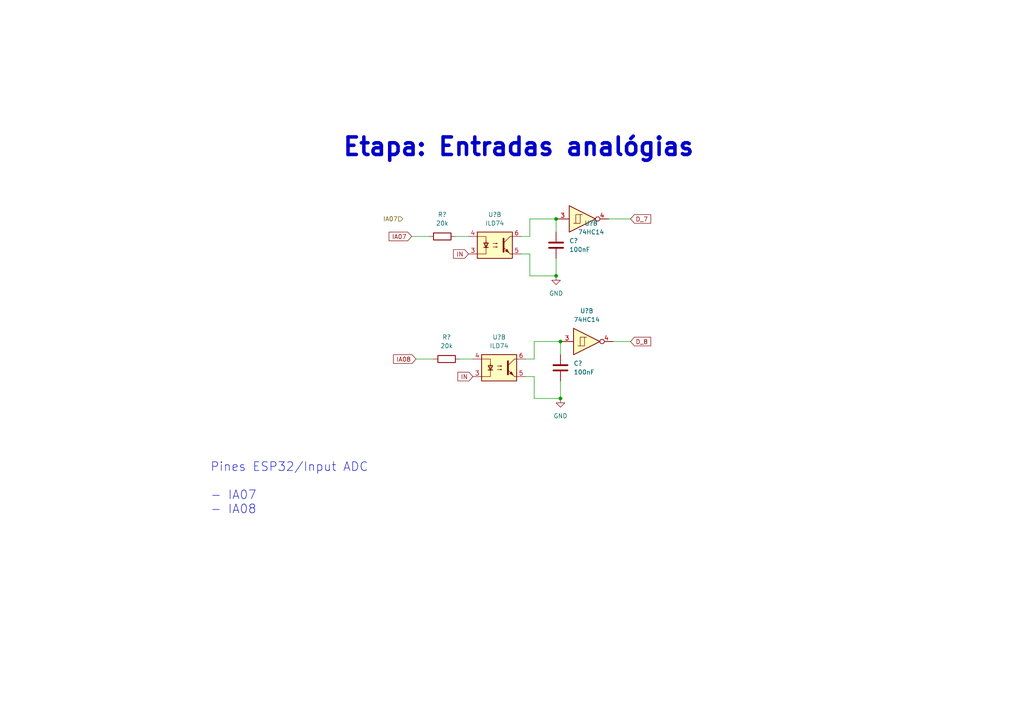
<source format=kicad_sch>
(kicad_sch (version 20211123) (generator eeschema)
  (paper "A4")
  (lib_symbols
    (symbol "74xx:74HC14" (pin_names (offset 1.016))
      (property "Reference" "U" (at 0 1.27 0))
      (property "Value" "74HC14" (at 0 -1.27 0))
      (symbol "74HC14_1_0"
        (polyline (pts (xy -3.81 3.81) (xy -3.81 -3.81) (xy 3.81 0) (xy -3.81 3.81)) (stroke (width 0.254)) (fill (type background)))
        (pin input line (at -7.62 0 0) (length 3.81) (name "~") (number "1"))
        (pin output inverted (at 7.62 0 180) (length 3.81) (name "~") (number "2"))
      )
      (symbol "74HC14_1_1"
        (polyline (pts (xy -1.905 -1.27) (xy -1.905 1.27) (xy -0.635 1.27)))
        (polyline (pts (xy -2.54 -1.27) (xy -0.635 -1.27) (xy -0.635 1.27) (xy 0 1.27)))
      )
      (symbol "74HC14_2_0"
        (polyline (pts (xy -3.81 3.81) (xy -3.81 -3.81) (xy 3.81 0) (xy -3.81 3.81)) (stroke (width 0.254)) (fill (type background)))
        (pin input line (at -7.62 0 0) (length 3.81) (name "~") (number "3"))
        (pin output inverted (at 7.62 0 180) (length 3.81) (name "~") (number "4"))
      )
      (symbol "74HC14_2_1"
        (polyline (pts (xy -1.905 -1.27) (xy -1.905 1.27) (xy -0.635 1.27)))
        (polyline (pts (xy -2.54 -1.27) (xy -0.635 -1.27) (xy -0.635 1.27) (xy 0 1.27)))
      )
      (symbol "74HC14_3_0"
        (polyline (pts (xy -3.81 3.81) (xy -3.81 -3.81) (xy 3.81 0) (xy -3.81 3.81)) (stroke (width 0.254)) (fill (type background)))
        (pin input line (at -7.62 0 0) (length 3.81) (name "~") (number "5"))
        (pin output inverted (at 7.62 0 180) (length 3.81) (name "~") (number "6"))
      )
      (symbol "74HC14_3_1"
        (polyline (pts (xy -1.905 -1.27) (xy -1.905 1.27) (xy -0.635 1.27)))
        (polyline (pts (xy -2.54 -1.27) (xy -0.635 -1.27) (xy -0.635 1.27) (xy 0 1.27)))
      )
      (symbol "74HC14_4_0"
        (polyline (pts (xy -3.81 3.81) (xy -3.81 -3.81) (xy 3.81 0) (xy -3.81 3.81)) (stroke (width 0.254)) (fill (type background)))
        (pin output inverted (at 7.62 0 180) (length 3.81) (name "~") (number "8"))
        (pin input line (at -7.62 0 0) (length 3.81) (name "~") (number "9"))
      )
      (symbol "74HC14_4_1"
        (polyline (pts (xy -1.905 -1.27) (xy -1.905 1.27) (xy -0.635 1.27)))
        (polyline (pts (xy -2.54 -1.27) (xy -0.635 -1.27) (xy -0.635 1.27) (xy 0 1.27)))
      )
      (symbol "74HC14_5_0"
        (polyline (pts (xy -3.81 3.81) (xy -3.81 -3.81) (xy 3.81 0) (xy -3.81 3.81)) (stroke (width 0.254)) (fill (type background)))
        (pin output inverted (at 7.62 0 180) (length 3.81) (name "~") (number "10"))
        (pin input line (at -7.62 0 0) (length 3.81) (name "~") (number "11"))
      )
      (symbol "74HC14_5_1"
        (polyline (pts (xy -1.905 -1.27) (xy -1.905 1.27) (xy -0.635 1.27)))
        (polyline (pts (xy -2.54 -1.27) (xy -0.635 -1.27) (xy -0.635 1.27) (xy 0 1.27)))
      )
      (symbol "74HC14_6_0"
        (polyline (pts (xy -3.81 3.81) (xy -3.81 -3.81) (xy 3.81 0) (xy -3.81 3.81)) (stroke (width 0.254)) (fill (type background)))
        (pin output inverted (at 7.62 0 180) (length 3.81) (name "~") (number "12"))
        (pin input line (at -7.62 0 0) (length 3.81) (name "~") (number "13"))
      )
      (symbol "74HC14_6_1"
        (polyline (pts (xy -1.905 -1.27) (xy -1.905 1.27) (xy -0.635 1.27)))
        (polyline (pts (xy -2.54 -1.27) (xy -0.635 -1.27) (xy -0.635 1.27) (xy 0 1.27)))
      )
      (symbol "74HC14_7_0"
        (pin power_in line (at 0 12.7 270) (length 5.08) (name "VCC") (number "14"))
        (pin power_in line (at 0 -12.7 90) (length 5.08) (name "GND") (number "7"))
      )
      (symbol "74HC14_7_1"
        (rectangle (start -5.08 7.62) (end 5.08 -7.62) (stroke (width 0.254)) (fill (type background)))
      )
    )
    (symbol "Device:C" (pin_numbers hide) (pin_names (offset 0.254))
      (property "Reference" "C" (at 0.635 2.54 0))
      (property "Value" "C" (at 0.635 -2.54 0))
      (symbol "C_0_1"
        (polyline (pts (xy -2.032 -0.762) (xy 2.032 -0.762)) (stroke (width 0.508)))
        (polyline (pts (xy -2.032 0.762) (xy 2.032 0.762)) (stroke (width 0.508)))
      )
      (symbol "C_1_1"
        (pin passive line (at 0 3.81 270) (length 2.794) (name "~") (number "1"))
        (pin passive line (at 0 -3.81 90) (length 2.794) (name "~") (number "2"))
      )
    )
    (symbol "Device:R" (pin_numbers hide) (pin_names (offset 0))
      (property "Reference" "R" (at 2.032 0 90))
      (property "Value" "R" (at 0 0 90))
      (symbol "R_0_1"
        (rectangle (start -1.016 -2.54) (end 1.016 2.54) (stroke (width 0.254)))
      )
      (symbol "R_1_1"
        (pin passive line (at 0 3.81 270) (length 1.27) (name "~") (number "1"))
        (pin passive line (at 0 -3.81 90) (length 1.27) (name "~") (number "2"))
      )
    )
    (symbol "Isolator:ILD74" (pin_names (offset 1.016))
      (property "Reference" "U" (at -5.08 5.08 0))
      (property "Value" "ILD74" (at 0 5.08 0))
      (symbol "ILD74_0_1"
        (rectangle (start -5.08 3.81) (end 5.08 -3.81) (stroke (width 0.254)) (fill (type background)))
        (polyline (pts (xy -3.175 -0.635) (xy -1.905 -0.635)) (stroke (width 0.254)))
        (polyline (pts (xy 2.54 0.635) (xy 4.445 2.54)))
        (polyline (pts (xy 4.445 -2.54) (xy 2.54 -0.635)) (fill (type outline)))
        (polyline (pts (xy 4.445 -2.54) (xy 5.08 -2.54)))
        (polyline (pts (xy 4.445 2.54) (xy 5.08 2.54)))
        (polyline (pts (xy -5.08 2.54) (xy -2.54 2.54) (xy -2.54 0.635)))
        (polyline (pts (xy 2.54 1.905) (xy 2.54 -1.905) (xy 2.54 -1.905)) (stroke (width 0.508)))
        (polyline (pts (xy -2.54 -0.635) (xy -3.175 0.635) (xy -1.905 0.635) (xy -2.54 -0.635)) (stroke (width 0.254)))
        (polyline (pts (xy -2.54 -0.635) (xy -2.54 1.27) (xy -2.54 -2.54) (xy -5.08 -2.54)))
        (polyline (pts (xy -0.508 -0.508) (xy 0.762 -0.508) (xy 0.381 -0.635) (xy 0.381 -0.381) (xy 0.762 -0.508)))
        (polyline (pts (xy -0.508 0.508) (xy 0.762 0.508) (xy 0.381 0.381) (xy 0.381 0.635) (xy 0.762 0.508)))
        (polyline (pts (xy 3.048 -1.651) (xy 3.556 -1.143) (xy 4.064 -2.159) (xy 3.048 -1.651) (xy 3.048 -1.651)) (fill (type outline)))
      )
      (symbol "ILD74_1_1"
        (pin passive line (at -7.62 2.54 0) (length 2.54) (name "~") (number "1"))
        (pin passive line (at -7.62 -2.54 0) (length 2.54) (name "~") (number "2"))
        (pin passive line (at 7.62 2.54 180) (length 2.54) (name "~") (number "7"))
        (pin passive line (at 7.62 -2.54 180) (length 2.54) (name "~") (number "8"))
      )
      (symbol "ILD74_2_1"
        (pin passive line (at -7.62 -2.54 0) (length 2.54) (name "~") (number "3"))
        (pin passive line (at -7.62 2.54 0) (length 2.54) (name "~") (number "4"))
        (pin passive line (at 7.62 -2.54 180) (length 2.54) (name "~") (number "5"))
        (pin passive line (at 7.62 2.54 180) (length 2.54) (name "~") (number "6"))
      )
    )
    (symbol "power:GND" (power) (pin_names (offset 0))
      (property "Value" "GND" (at 0 -3.81 0))
      (symbol "GND_0_1"
        (polyline (pts (xy 0 0) (xy 0 -1.27) (xy 1.27 -1.27) (xy 0 -2.54) (xy -1.27 -1.27) (xy 0 -1.27)))
      )
      (symbol "GND_1_1"
        (pin power_in line (at 0 0 270) (length 0) hide (name "GND") (number "1"))
      )
    )
  )
  (junction (at 162.56 99.06))
  (junction (at 161.29 63.5))
  (junction (at 161.29 80.01))
  (junction (at 162.56 115.57))
  (wire (pts (xy 133.35 104.14) (xy 137.16 104.14)))
  (wire (pts (xy 152.4 109.22) (xy 154.94 109.22)))
  (wire (pts (xy 154.94 104.14) (xy 154.94 99.06)))
  (wire (pts (xy 162.56 115.57) (xy 162.56 110.49)))
  (wire (pts (xy 161.29 63.5) (xy 161.29 67.31)))
  (wire (pts (xy 154.94 99.06) (xy 162.56 99.06)))
  (wire (pts (xy 119.38 68.58) (xy 124.46 68.58)))
  (wire (pts (xy 182.88 63.5) (xy 176.53 63.5)))
  (wire (pts (xy 161.29 80.01) (xy 161.29 74.93)))
  (wire (pts (xy 162.56 99.06) (xy 162.56 102.87)))
  (wire (pts (xy 120.65 104.14) (xy 125.73 104.14)))
  (wire (pts (xy 151.13 73.66) (xy 153.67 73.66)))
  (wire (pts (xy 132.08 68.58) (xy 135.89 68.58)))
  (wire (pts (xy 154.94 109.22) (xy 154.94 115.57)))
  (wire (pts (xy 153.67 73.66) (xy 153.67 80.01)))
  (wire (pts (xy 153.67 68.58) (xy 153.67 63.5)))
  (wire (pts (xy 152.4 104.14) (xy 154.94 104.14)))
  (wire (pts (xy 153.67 80.01) (xy 161.29 80.01)))
  (wire (pts (xy 177.8 99.06) (xy 182.88 99.06)))
  (wire (pts (xy 151.13 68.58) (xy 153.67 68.58)))
  (wire (pts (xy 154.94 115.57) (xy 162.56 115.57)))
  (wire (pts (xy 153.67 63.5) (xy 161.29 63.5)))
  (text "Etapa: Entradas analógias" (at 99.06 45.72 0) (effects (font (size 5.08 5.08) (thickness 1.016) bold) (justify left bottom)))
  (text "Pines ESP32/Input ADC\n\n- IA07\n- IA08\n\n\n" (at 60.96 157.48 0) (effects (font (size 2.54 2.54)) (justify left bottom)))
  (global_label "IA08" (shape input) (at 120.65 104.14 180) (property "Intersheet References" "${INTERSHEET_REFS}" (effects hide)))
  (global_label "D_8" (shape input) (at 182.88 99.06 0) (property "Intersheet References" "${INTERSHEET_REFS}" (effects hide)))
  (global_label "IN" (shape input) (at 135.89 73.66 180) (property "Intersheet References" "${INTERSHEET_REFS}" (effects hide)))
  (global_label "IN" (shape input) (at 137.16 109.22 180) (property "Intersheet References" "${INTERSHEET_REFS}" (effects hide)))
  (global_label "IA07" (shape input) (at 119.38 68.58 180) (property "Intersheet References" "${INTERSHEET_REFS}" (effects hide)))
  (global_label "D_7" (shape input) (at 182.88 63.5 0) (property "Intersheet References" "${INTERSHEET_REFS}" (effects hide)))
  (hierarchical_label "IA07" (shape input) (at 116.84 63.5 180))
  (symbol (lib_id "power:GND") (at 161.29 80.01 0) (unit 1)
    (property "Reference" "#PWR?" (effects hide))
    (property "Value" "GND" (at 161.29 85.09 0))
  )
  (symbol (lib_id "Isolator:ILD74") (at 143.51 71.12 0) (unit 2)
    (property "Reference" "U?" (at 143.51 62.23 0))
    (property "Value" "ILD74" (at 143.51 64.77 0))
    (property "Footprint" "Package_DIP:DIP-4_W7.62mm" (effects hide))
    (property "Datasheet" "https://www.vishay.com/docs/83640/ild74.pdf" (effects hide))
  )
  (symbol (lib_id "Device:R") (at 128.27 68.58 90) (unit 1)
    (property "Reference" "R?" (at 128.27 62.23 90))
    (property "Value" "20k" (at 128.27 64.77 90))
    (property "Footprint" "Resistor_SMD:R_0603_1608Metric_Pad0.98x0.95mm_HandSolder" (effects hide))
  )
  (symbol (lib_id "power:GND") (at 162.56 115.57 0) (unit 1)
    (property "Reference" "#PWR?" (effects hide))
    (property "Value" "GND" (at 162.56 120.65 0))
  )
  (symbol (lib_id "Device:R") (at 129.54 104.14 90) (unit 1)
    (property "Reference" "R?" (at 129.54 97.79 90))
    (property "Value" "20k" (at 129.54 100.33 90))
    (property "Footprint" "Resistor_SMD:R_0603_1608Metric_Pad0.98x0.95mm_HandSolder" (effects hide))
  )
  (symbol (lib_id "Device:C") (at 162.56 106.68 0) (unit 1)
    (property "Reference" "C?" (at 166.37 105.4099 0) (effects (justify left)))
    (property "Value" "100nF" (at 166.37 107.9499 0) (effects (justify left)))
    (property "Footprint" "Capacitor_SMD:C_0402_1005Metric" (effects hide))
  )
  (symbol (lib_id "Isolator:ILD74") (at 144.78 106.68 0) (unit 2)
    (property "Reference" "U?" (at 144.78 97.79 0))
    (property "Value" "ILD74" (at 144.78 100.33 0))
    (property "Footprint" "Package_DIP:DIP-4_W7.62mm" (effects hide))
    (property "Datasheet" "https://www.vishay.com/docs/83640/ild74.pdf" (effects hide))
  )
  (symbol (lib_id "74xx:74HC14") (at 170.18 99.06 0) (unit 2)
    (property "Reference" "U?" (at 170.18 90.17 0))
    (property "Value" "74HC14" (at 170.18 92.71 0))
    (property "Footprint" "Package_SO:TSSOP-14_4.4x5mm_P0.65mm" (effects hide))
    (property "Datasheet" "http://www.ti.com/lit/gpn/sn74HC14" (effects hide))
  )
  (symbol (lib_id "74xx:74HC14") (at 168.91 63.5 0) (unit 2)
    (property "Reference" "U?" (at 171.45 64.77 0))
    (property "Value" "74HC14" (at 171.45 67.31 0))
    (property "Footprint" "Package_SO:TSSOP-14_4.4x5mm_P0.65mm" (effects hide))
    (property "Datasheet" "http://www.ti.com/lit/gpn/sn74HC14" (effects hide))
  )
  (symbol (lib_id "Device:C") (at 161.29 71.12 0) (unit 1)
    (property "Reference" "C?" (at 165.1 69.8499 0) (effects (justify left)))
    (property "Value" "100nF" (at 165.1 72.3899 0) (effects (justify left)))
    (property "Footprint" "Capacitor_SMD:C_0402_1005Metric" (effects hide))
  )
)
</source>
